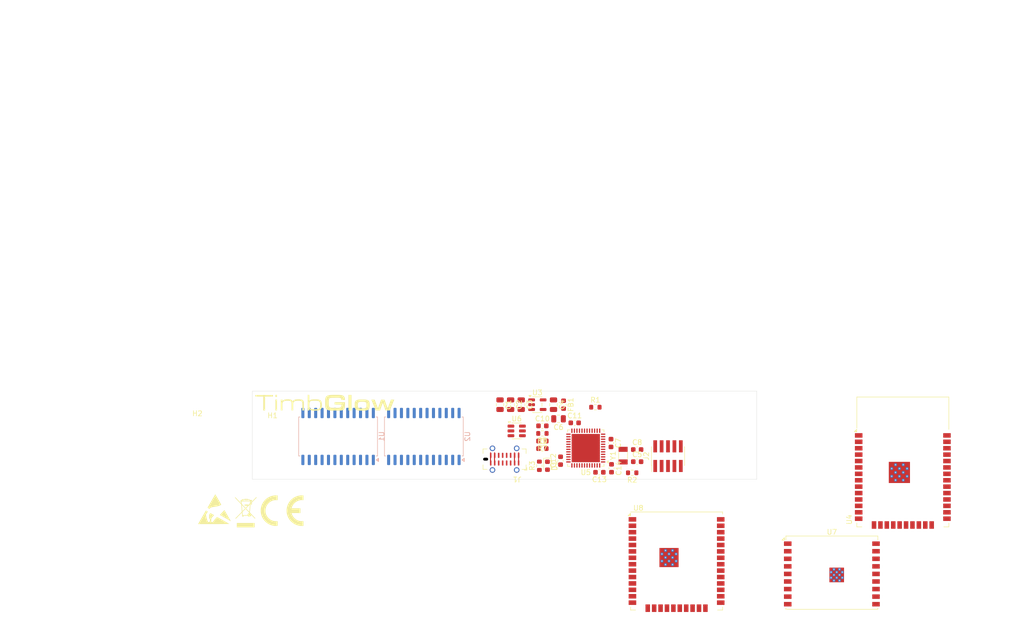
<source format=kicad_pcb>
(kicad_pcb (version 20241229) (generator "pcbnew") (generator_version "9.0")
  (layers (0 "F.Cu" signal) (4 "In1.Cu" signal) (6 "In2.Cu" signal) (2 "B.Cu" signal) (13 "F.Paste" user) (15 "B.Paste" user) (5 "F.SilkS" user "F.Silkscreen") (7 "B.SilkS" user "B.Silkscreen") (1 "F.Mask" user) (3 "B.Mask" user) (25 "Edge.Cuts" user))
  (net 0 "")
  (net 1 "/DATE_M_U_D")
  (net 5 "/DATE_M_U_B")
  (net 6 "/DATE_M_T_C")
  (net 7 "/DATE_M_T_E")
  (net 8 "/DATE_M_U_F")
  (net 10 "/DATE_M_U_G")
  (net 11 "/DATE_M_T_B")
  (net 12 "/DATE_M_T_G")
  (net 13 "/DATE_M_U_A")
  (net 14 "/DATE_M_U_C")
  (net 17 "/DATE_M_U_E")
  (net 18 "/DATE_M_U_DOT")
  (net 19 "/DATE_M_T_A")
  (net 20 "/DATE_M_T_D")
  (net 22 "/DATE_M_T_DOT")
  (net 24 "/DATE_M_T_F")
  (net 25 "GND")
  (net 26 "+5V")
  (net 27 "VDD")
  (net 28 "/DATE_D_T_DOT")
  (net 29 "/DATE_D_T_C")
  (net 30 "/DATE_D_U_DOT")
  (net 31 "/DATE_D_T_D")
  (net 32 "/DATE_D_U_B")
  (net 33 "/DATE_D_T_A")
  (net 34 "/DATE_D_U_D")
  (net 35 "Net-(D1-K)")
  (net 36 "/DATE_D_U_E")
  (net 37 "/DATE_D_T_E")
  (net 38 "/DATE_D_U_F")
  (net 39 "/DATE_D_U_G")
  (net 40 "/DATE_D_T_G")
  (net 41 "/DATE_D_T_B")
  (net 42 "/DATE_D_U_C")
  (net 43 "/DATE_D_U_A")
  (net 44 "/DATE_D_T_F")
  (net 49 "/T_{JTDO}{slash}T_{SWO}")
  (net 50 "/T_{JRCLK}{slash}NC")
  (net 51 "/SW_DIO")
  (net 52 "/SW_CLK")
  (net 53 "/GND_{detect}")
  (net 54 "/ T_{NRST}")
  (net 55 "/T_{JTDI}{slash}NC")
  (net 56 "/FD_analog")
  (net 70 "Net-(U5-VDDA)")
  (net 79 "Net-(U4-GND-Pad1)")
  (net 98 "Net-(J1-D--PadA7)")
  (net 99 "Net-(J1-D+-PadA6)")
  (net 100 "Net-(U5-PC14)")
  (net 101 "Net-(U5-PC15)")
  (net 102 "Net-(C9-Pad1)")
  (net 103 "Net-(C10-Pad1)")
  (net 104 "/USB_D-")
  (net 105 "/USB_D+")
  (net 143 "Net-(U7-GND-Pad19)")
  (net 162 "Net-(U8-GND-Pad1)")
  (footprint "MountingHole:MountingHole_3.2mm_M3" (layer "F.Cu") (at 94.1 128.6)
    (property "Reference" "H2" (at 0 -4.15 0) (layer "F.SilkS"))
    (property "Value" "MountingHole")
    (pad "" np_thru_hole circle (at 0 0) (size 3.2 3.2) (drill 3.2) (layers "*.Cu" "*.Mask"))
  )
  (footprint "LOGO" (layer "F.Cu") (at 119.4 122.5)
    (property "Reference" "G***" (hide yes))
    (property "Value" "LOGO" (hide yes))
  )
  (footprint "Connector_USB:USB_C_Receptacle_G-Switch_GT-USB-7051x" (layer "F.Cu") (at 155 133.5 180)
    (property "Reference" "J1" (at -2.5 -4 180) (layer "F.SilkS"))
    (property "Value" "USB_C_Plug_USB2.0")
    (pad "" np_thru_hole circle (at -3.75 0 180) (size 0.66 0.66) (drill 0.66) (layers "*.Cu" "*.Mask"))
    (pad "" np_thru_hole oval (at 3.75 0 180) (size 1 0.58) (drill oval 1 0.58) (layers "*.Mask"))
    (pad "A1" smd roundrect (at -2.78 -0.76 180) (size 0.3 1) (layers "F.Cu" "F.Mask" "F.Paste") (net 25 "GND"))
    (pad "A4" smd roundrect (at -1.99 -0.76 180) (size 0.3 1) (layers "F.Cu" "F.Mask" "F.Paste") (net 26 "+5V"))
    (pad "A5" smd roundrect (at -1.2 -0.76 180) (size 0.3 1) (layers "F.Cu" "F.Mask" "F.Paste"))
    (pad "A6" smd roundrect (at -0.41 -0.76 180) (size 0.3 1) (layers "F.Cu" "F.Mask" "F.Paste") (net 99 "Net-(J1-D+-PadA6)"))
    (pad "A7" smd roundrect (at 0.38 -0.76 180) (size 0.3 1) (layers "F.Cu" "F.Mask" "F.Paste") (net 98 "Net-(J1-D--PadA7)"))
    (pad "A8" smd roundrect (at 1.17 -0.76 180) (size 0.3 1) (layers "F.Cu" "F.Mask" "F.Paste"))
    (pad "A9" smd roundrect (at 1.96 -0.76 180) (size 0.3 1) (layers "F.Cu" "F.Mask" "F.Paste") (net 26 "+5V"))
    (pad "A12" smd roundrect (at 2.75 -0.76 180) (size 0.3 1) (layers "F.Cu" "F.Mask" "F.Paste") (net 25 "GND"))
    (pad "B1" smd roundrect (at 2.75 0.76 180) (size 0.3 1) (layers "F.Cu" "F.Mask" "F.Paste") (net 25 "GND"))
    (pad "B4" smd roundrect (at 1.96 0.76 180) (size 0.3 1) (layers "F.Cu" "F.Mask" "F.Paste") (net 26 "+5V"))
    (pad "B5" smd roundrect (at 1.17 0.76 180) (size 0.3 1) (layers "F.Cu" "F.Mask" "F.Paste"))
    (pad "B6" smd roundrect (at 0.38 0.76 180) (size 0.3 1) (layers "F.Cu" "F.Mask" "F.Paste") (net 99 "Net-(J1-D+-PadA6)"))
    (pad "B7" smd roundrect (at -0.41 0.76 180) (size 0.3 1) (layers "F.Cu" "F.Mask" "F.Paste") (net 98 "Net-(J1-D--PadA7)"))
    (pad "B8" smd roundrect (at -1.2 0.76 180) (size 0.3 1) (layers "F.Cu" "F.Mask" "F.Paste"))
    (pad "B9" smd roundrect (at -1.99 0.76 180) (size 0.3 1) (layers "F.Cu" "F.Mask" "F.Paste") (net 26 "+5V"))
    (pad "B12" smd roundrect (at -2.78 0.76 180) (size 0.3 1) (layers "F.Cu" "F.Mask" "F.Paste") (net 25 "GND"))
    (pad "S1" thru_hole circle (at -2.4 -2.15 180) (size 1.1 1.1) (drill 0.7) (property pad_prop_heatsink) (layers "*.Cu" "*.Mask" "F.Paste") (net 25 "GND"))
    (pad "S1" thru_hole circle (at -2.4 2.15 180) (size 1.1 1.1) (drill 0.7) (property pad_prop_heatsink) (layers "*.Cu" "*.Mask" "F.Paste") (net 25 "GND"))
    (pad "S1" thru_hole circle (at 2.4 -2.15 180) (size 1.1 1.1) (drill 0.7) (property pad_prop_heatsink) (layers "*.Cu" "*.Mask" "F.Paste") (net 25 "GND"))
    (pad "S1" thru_hole circle (at 2.4 2.15 180) (size 1.1 1.1) (drill 0.7) (property pad_prop_heatsink) (layers "*.Cu" "*.Mask" "F.Paste") (net 25 "GND"))
  )
  (footprint "MountingHole:MountingHole_3.2mm_M3" (layer "F.Cu") (at 109 129)
    (property "Reference" "H1" (at 0 -4.15 0) (layer "F.SilkS"))
    (property "Value" "MountingHole")
    (pad "" np_thru_hole circle (at 0 0) (size 3.2 3.2) (drill 3.2) (layers "*.Cu" "*.Mask"))
  )
  (footprint "Package_TO_SOT_SMD:SOT-23-6" (layer "F.Cu") (at 157.4 127.9)
    (property "Reference" "U6" (at 0 -2.4 0) (layer "F.SilkS"))
    (property "Value" "USBLC6-2SC6")
    (pad "1" smd roundrect (at -1.1375 -0.95) (size 1.325 0.6) (layers "F.Cu" "F.Mask" "F.Paste") (net 99 "Net-(J1-D+-PadA6)"))
    (pad "2" smd roundrect (at -1.1375 0) (size 1.325 0.6) (layers "F.Cu" "F.Mask" "F.Paste") (net 25 "GND"))
    (pad "3" smd roundrect (at -1.1375 0.95) (size 1.325 0.6) (layers "F.Cu" "F.Mask" "F.Paste") (net 98 "Net-(J1-D--PadA7)"))
    (pad "4" smd roundrect (at 1.1375 0.95) (size 1.325 0.6) (layers "F.Cu" "F.Mask" "F.Paste") (net 102 "Net-(C9-Pad1)"))
    (pad "5" smd roundrect (at 1.1375 0) (size 1.325 0.6) (layers "F.Cu" "F.Mask" "F.Paste") (net 26 "+5V"))
    (pad "6" smd roundrect (at 1.1375 -0.95) (size 1.325 0.6) (layers "F.Cu" "F.Mask" "F.Paste") (net 103 "Net-(C10-Pad1)"))
  )
  (footprint "Resistor_SMD:R_0603_1608Metric" (layer "F.Cu") (at 173 123.2)
    (property "Reference" "R1" (at 0 -1.43 0) (layer "F.SilkS"))
    (property "Value" "4K7")
    (pad "1" smd roundrect (at -0.825 0) (size 0.8 0.95) (layers "F.Cu" "F.Mask" "F.Paste") (net 56 "/FD_analog"))
    (pad "2" smd roundrect (at 0.825 0) (size 0.8 0.95) (layers "F.Cu" "F.Mask" "F.Paste") (net 25 "GND"))
  )
  (footprint "Inductor_SMD:L_0603_1608Metric" (layer "F.Cu") (at 166.7 122.7 -90)
    (property "Reference" "FB1" (at 0 -1.43 90) (layer "F.SilkS"))
    (property "Value" "Xm")
    (pad "1" smd roundrect (at -0.7875 0 270) (size 0.875 0.95) (layers "F.Cu" "F.Mask" "F.Paste") (net 27 "VDD"))
    (pad "2" smd roundrect (at 0.7875 0 270) (size 0.875 0.95) (layers "F.Cu" "F.Mask" "F.Paste") (net 70 "Net-(U5-VDDA)"))
  )
  (footprint "Capacitor_SMD:C_0805_2012Metric" (layer "F.Cu") (at 154.1 122.7 -90)
    (property "Reference" "C1" (at 0 -1.68 90) (layer "F.SilkS"))
    (property "Value" "10u")
    (pad "1" smd roundrect (at -0.95 0 270) (size 1 1.45) (layers "F.Cu" "F.Mask" "F.Paste") (net 26 "+5V"))
    (pad "2" smd roundrect (at 0.95 0 270) (size 1 1.45) (layers "F.Cu" "F.Mask" "F.Paste") (net 25 "GND"))
  )
  (footprint "Capacitor_SMD:C_0603_1608Metric" (layer "F.Cu") (at 162.5 131.4)
    (property "Reference" "C9" (at 0 -1.43 0) (layer "F.SilkS"))
    (property "Value" "47p")
    (pad "1" smd roundrect (at -0.775 0) (size 0.9 0.95) (layers "F.Cu" "F.Mask" "F.Paste") (net 102 "Net-(C9-Pad1)"))
    (pad "2" smd roundrect (at 0.775 0) (size 0.9 0.95) (layers "F.Cu" "F.Mask" "F.Paste") (net 25 "GND"))
  )
  (footprint "Capacitor_SMD:C_0805_2012Metric" (layer "F.Cu") (at 156.2 122.7 -90)
    (property "Reference" "C2" (at 0 -1.68 90) (layer "F.SilkS"))
    (property "Value" "10u")
    (pad "1" smd roundrect (at -0.95 0 270) (size 1 1.45) (layers "F.Cu" "F.Mask" "F.Paste") (net 26 "+5V"))
    (pad "2" smd roundrect (at 0.95 0 270) (size 1 1.45) (layers "F.Cu" "F.Mask" "F.Paste") (net 25 "GND"))
  )
  (footprint "Capacitor_SMD:C_0805_2012Metric" (layer "F.Cu") (at 164.7 122.7 -90)
    (property "Reference" "C4" (at 0 -1.68 90) (layer "F.SilkS"))
    (property "Value" "1u")
    (pad "1" smd roundrect (at -0.95 0 270) (size 1 1.45) (layers "F.Cu" "F.Mask" "F.Paste") (net 27 "VDD"))
    (pad "2" smd roundrect (at 0.95 0 270) (size 1 1.45) (layers "F.Cu" "F.Mask" "F.Paste") (net 25 "GND"))
  )
  (footprint "Capacitor_SMD:C_0603_1608Metric" (layer "F.Cu") (at 173.8 136.1 180)
    (property "Reference" "C13" (at 0 -1.43 0) (layer "F.SilkS"))
    (property "Value" "100n")
    (pad "1" smd roundrect (at -0.775 0 180) (size 0.9 0.95) (layers "F.Cu" "F.Mask" "F.Paste") (net 70 "Net-(U5-VDDA)"))
    (pad "2" smd roundrect (at 0.775 0 180) (size 0.9 0.95) (layers "F.Cu" "F.Mask" "F.Paste") (net 25 "GND"))
  )
  (footprint "Capacitor_SMD:C_0603_1608Metric" (layer "F.Cu") (at 166.1 133.8 90)
    (property "Reference" "C12" (at 0 -1.43 90) (layer "F.SilkS"))
    (property "Value" "100n")
    (pad "1" smd roundrect (at -0.775 0 90) (size 0.9 0.95) (layers "F.Cu" "F.Mask" "F.Paste") (net 70 "Net-(U5-VDDA)"))
    (pad "2" smd roundrect (at 0.775 0 90) (size 0.9 0.95) (layers "F.Cu" "F.Mask" "F.Paste") (net 25 "GND"))
  )
  (footprint "Symbol:CE-Logo_8.5x6mm_SilkScreen" (layer "F.Cu") (at 110.9 143.7)
    (property "Reference" "REF**" (hide yes))
    (property "Value" "CE-Logo_8.5x6mm_SilkScreen" (hide yes))
  )
  (footprint "Connector_PinHeader_1.27mm:PinHeader_2x05_P1.27mm_Vertical_SMD" (layer "F.Cu") (at 187.4 132.9 90)
    (property "Reference" "J2" (at 0 -4.285 90) (layer "F.SilkS"))
    (property "Value" "Conn_02x05_Odd_Even")
    (pad "1" smd rect (at -1.95 -2.54 90) (size 2.4 0.74) (layers "F.Cu" "F.Mask" "F.Paste") (net 27 "VDD"))
    (pad "2" smd rect (at 1.95 -2.54 90) (size 2.4 0.74) (layers "F.Cu" "F.Mask" "F.Paste") (net 51 "/SW_DIO"))
    (pad "3" smd rect (at -1.95 -1.27 90) (size 2.4 0.74) (layers "F.Cu" "F.Mask" "F.Paste") (net 25 "GND"))
    (pad "4" smd rect (at 1.95 -1.27 90) (size 2.4 0.74) (layers "F.Cu" "F.Mask" "F.Paste") (net 52 "/SW_CLK"))
    (pad "5" smd rect (at -1.95 0 90) (size 2.4 0.74) (layers "F.Cu" "F.Mask" "F.Paste") (net 25 "GND"))
    (pad "6" smd rect (at 1.95 0 90) (size 2.4 0.74) (layers "F.Cu" "F.Mask" "F.Paste") (net 49 "/T_{JTDO}{slash}T_{SWO}"))
    (pad "7" smd rect (at -1.95 1.27 90) (size 2.4 0.74) (layers "F.Cu" "F.Mask" "F.Paste") (net 50 "/T_{JRCLK}{slash}NC"))
    (pad "8" smd rect (at 1.95 1.27 90) (size 2.4 0.74) (layers "F.Cu" "F.Mask" "F.Paste") (net 55 "/T_{JTDI}{slash}NC"))
    (pad "9" smd rect (at -1.95 2.54 90) (size 2.4 0.74) (layers "F.Cu" "F.Mask" "F.Paste") (net 53 "/GND_{detect}"))
    (pad "10" smd rect (at 1.95 2.54 90) (size 2.4 0.74) (layers "F.Cu" "F.Mask" "F.Paste") (net 54 "/ T_{NRST}"))
  )
  (footprint "Capacitor_SMD:C_0603_1608Metric" (layer "F.Cu") (at 181.2875 131.6)
    (property "Reference" "C8" (at 0 -1.43 0) (layer "F.SilkS"))
    (property "Value" "7p 50V")
    (pad "1" smd roundrect (at -0.775 0) (size 0.9 0.95) (layers "F.Cu" "F.Mask" "F.Paste") (net 101 "Net-(U5-PC15)"))
    (pad "2" smd roundrect (at 0.775 0) (size 0.9 0.95) (layers "F.Cu" "F.Mask" "F.Paste") (net 25 "GND"))
  )
  (footprint "LED_SMD:LED_0603_1608Metric" (layer "F.Cu") (at 163.5 134.8 -90)
    (property "Reference" "D1" (at 0 -1.43 90) (layer "F.SilkS"))
    (property "Value" "GREEN")
    (pad "1" smd roundrect (at -0.7875 0 270) (size 0.875 0.95) (layers "F.Cu" "F.Mask" "F.Paste") (net 35 "Net-(D1-K)"))
    (pad "2" smd roundrect (at 0.7875 0 270) (size 0.875 0.95) (layers "F.Cu" "F.Mask" "F.Paste"))
  )
  (footprint "RF_Module:ESP32-WROOM-32U" (layer "F.Cu") (at 189.1 153.69)
    (property "Reference" "U8" (at -7.58 -10.5 180) (layer "F.SilkS"))
    (property "Value" "ESP32-WROOM-32U")
    (pad "1" smd rect (at -8.75 -8.255) (size 1.5 0.9) (layers "F.Cu" "F.Mask" "F.Paste") (net 162 "Net-(U8-GND-Pad1)"))
    (pad "2" smd rect (at -8.75 -6.985) (size 1.5 0.9) (layers "F.Cu" "F.Mask" "F.Paste"))
    (pad "3" smd rect (at -8.75 -5.715) (size 1.5 0.9) (layers "F.Cu" "F.Mask" "F.Paste"))
    (pad "4" smd rect (at -8.75 -4.445) (size 1.5 0.9) (layers "F.Cu" "F.Mask" "F.Paste"))
    (pad "5" smd rect (at -8.75 -3.175) (size 1.5 0.9) (layers "F.Cu" "F.Mask" "F.Paste"))
    (pad "6" smd rect (at -8.75 -1.905) (size 1.5 0.9) (layers "F.Cu" "F.Mask" "F.Paste"))
    (pad "7" smd rect (at -8.75 -0.635) (size 1.5 0.9) (layers "F.Cu" "F.Mask" "F.Paste"))
    (pad "8" smd rect (at -8.75 0.635) (size 1.5 0.9) (layers "F.Cu" "F.Mask" "F.Paste"))
    (pad "9" smd rect (at -8.75 1.905) (size 1.5 0.9) (layers "F.Cu" "F.Mask" "F.Paste"))
    (pad "10" smd rect (at -8.75 3.175) (size 1.5 0.9) (layers "F.Cu" "F.Mask" "F.Paste"))
    (pad "11" smd rect (at -8.75 4.445) (size 1.5 0.9) (layers "F.Cu" "F.Mask" "F.Paste"))
    (pad "12" smd rect (at -8.75 5.715) (size 1.5 0.9) (layers "F.Cu" "F.Mask" "F.Paste"))
    (pad "13" smd rect (at -8.75 6.985) (size 1.5 0.9) (layers "F.Cu" "F.Mask" "F.Paste"))
    (pad "14" smd rect (at -8.75 8.255) (size 1.5 0.9) (layers "F.Cu" "F.Mask" "F.Paste"))
    (pad "15" smd rect (at -5.715 9.35 90) (size 1.5 0.9) (layers "F.Cu" "F.Mask" "F.Paste") (net 162 "Net-(U8-GND-Pad1)"))
    (pad "16" smd rect (at -4.445 9.35 90) (size 1.5 0.9) (layers "F.Cu" "F.Mask" "F.Paste"))
    (pad "17" smd rect (at -3.175 9.35 90) (size 1.5 0.9) (layers "F.Cu" "F.Mask" "F.Paste"))
    (pad "18" smd rect (at -1.905 9.35 90) (size 1.5 0.9) (layers "F.Cu" "F.Mask" "F.Paste"))
    (pad "19" smd rect (at -0.635 9.35 90) (size 1.5 0.9) (layers "F.Cu" "F.Mask" "F.Paste"))
    (pad "20" smd rect (at 0.635 9.35 90) (size 1.5 0.9) (layers "F.Cu" "F.Mask" "F.Paste"))
    (pad "21" smd rect (at 1.905 9.35 90) (size 1.5 0.9) (layers "F.Cu" "F.Mask" "F.Paste"))
    (pad "22" smd rect (at 3.175 9.35 90) (size 1.5 0.9) (layers "F.Cu" "F.Mask" "F.Paste"))
    (pad "23" smd rect (at 4.445 9.35 90) (size 1.5 0.9) (layers "F.Cu" "F.Mask" "F.Paste"))
    (pad "24" smd rect (at 5.715 9.35 90) (size 1.5 0.9) (layers "F.Cu" "F.Mask" "F.Paste"))
    (pad "25" smd rect (at 8.75 8.255) (size 1.5 0.9) (layers "F.Cu" "F.Mask" "F.Paste"))
    (pad "26" smd rect (at 8.75 6.985) (size 1.5 0.9) (layers "F.Cu" "F.Mask" "F.Paste"))
    (pad "27" smd rect (at 8.75 5.715) (size 1.5 0.9) (layers "F.Cu" "F.Mask" "F.Paste"))
    (pad "28" smd rect (at 8.75 4.445) (size 1.5 0.9) (layers "F.Cu" "F.Mask" "F.Paste"))
    (pad "29" smd rect (at 8.75 3.175) (size 1.5 0.9) (layers "F.Cu" "F.Mask" "F.Paste"))
    (pad "30" smd rect (at 8.75 1.905) (size 1.5 0.9) (layers "F.Cu" "F.Mask" "F.Paste"))
    (pad "31" smd rect (at 8.75 0.635) (size 1.5 0.9) (layers "F.Cu" "F.Mask" "F.Paste"))
    (pad "32" smd rect (at 8.75 -0.635) (size 1.5 0.9) (layers "F.Cu" "F.Mask" "F.Paste"))
    (pad "33" smd rect (at 8.75 -1.905) (size 1.5 0.9) (layers "F.Cu" "F.Mask" "F.Paste"))
    (pad "34" smd rect (at 8.75 -3.175) (size 1.5 0.9) (layers "F.Cu" "F.Mask" "F.Paste"))
    (pad "35" smd rect (at 8.75 -4.445) (size 1.5 0.9) (layers "F.Cu" "F.Mask" "F.Paste"))
    (pad "36" smd rect (at 8.75 -5.715) (size 1.5 0.9) (layers "F.Cu" "F.Mask" "F.Paste"))
    (pad "37" smd rect (at 8.75 -6.985) (size 1.5 0.9) (layers "F.Cu" "F.Mask" "F.Paste"))
    (pad "38" smd rect (at 8.75 -8.255) (size 1.5 0.9) (layers "F.Cu" "F.Mask" "F.Paste") (net 162 "Net-(U8-GND-Pad1)"))
    (pad "39" smd rect (at -2.9 -2.09) (size 0.9 0.9) (layers "F.Cu" "F.Paste") (net 162 "Net-(U8-GND-Pad1)"))
    (pad "39" thru_hole circle (at -2.9 -1.39) (size 0.6 0.6) (drill 0.2) (property pad_prop_heatsink) (layers "*.Cu" "F.Mask") (net 162 "Net-(U8-GND-Pad1)"))
    (pad "39" smd rect (at -2.9 -0.69) (size 0.9 0.9) (layers "F.Cu" "F.Paste") (net 162 "Net-(U8-GND-Pad1)"))
    (pad "39" thru_hole circle (at -2.9 0.01) (size 0.6 0.6) (drill 0.2) (property pad_prop_heatsink) (layers "*.Cu" "F.Mask") (net 162 "Net-(U8-GND-Pad1)"))
    (pad "39" smd rect (at -2.9 0.71) (size 0.9 0.9) (layers "F.Cu" "F.Paste") (net 162 "Net-(U8-GND-Pad1)"))
    (pad "39" thru_hole circle (at -2.2 -2.09) (size 0.6 0.6) (drill 0.2) (property pad_prop_heatsink) (layers "*.Cu" "F.Mask") (net 162 "Net-(U8-GND-Pad1)"))
    (pad "39" thru_hole circle (at -2.2 -0.69) (size 0.6 0.6) (drill 0.2) (property pad_prop_heatsink) (layers "*.Cu" "F.Mask") (net 162 "Net-(U8-GND-Pad1)"))
    (pad "39" thru_hole circle (at -2.2 0.71) (size 0.6 0.6) (drill 0.2) (property pad_prop_heatsink) (layers "*.Cu" "F.Mask") (net 162 "Net-(U8-GND-Pad1)"))
    (pad "39" smd rect (at -1.5 -2.09) (size 0.9 0.9) (layers "F.Cu" "F.Paste") (net 162 "Net-(U8-GND-Pad1)"))
    (pad "39" thru_hole circle (at -1.5 -1.39) (size 0.6 0.6) (drill 0.2) (property pad_prop_heatsink) (layers "*.Cu" "F.Mask") (net 162 "Net-(U8-GND-Pad1)"))
    (pad "39" smd rect (at -1.5 -0.69) (size 0.9 0.9) (layers "F.Cu" "F.Paste") (net 162 "Net-(U8-GND-Pad1)"))
    (pad "39" smd rect (at -1.5 -0.69) (size 3.8 3.8) (property pad_prop_heatsink) (layers "F.Cu" "F.Mask") (net 162 "Net-(U8-GND-Pad1)"))
    (pad "39" thru_hole circle (at -1.5 0.01) (size 0.6 0.6) (drill 0.2) (property pad_prop_heatsink) (layers "*.Cu" "F.Mask") (net 162 "Net-(U8-GND-Pad1)"))
    (pad "39" smd rect (at -1.5 0.71) (size 0.9 0.9) (layers "F.Cu" "F.Paste") (net 162 "Net-(U8-GND-Pad1)"))
    (pad "39" thru_hole circle (at -0.8 -2.09) (size 0.6 0.6) (drill 0.2) (property pad_prop_heatsink) (layers "*.Cu" "F.Mask") (net 162 "Net-(U8-GND-Pad1)"))
    (pad "39" thru_hole circle (at -0.8 -0.69) (size 0.6 0.6) (drill 0.2) (property pad_prop_heatsink) (layers "*.Cu" "F.Mask") (net 162 "Net-(U8-GND-Pad1)"))
    (pad "39" thru_hole circle (at -0.8 0.71) (size 0.6 0.6) (drill 0.2) (property pad_prop_heatsink) (layers "*.Cu" "F.Mask") (net 162 "Net-(U8-GND-Pad1)"))
    (pad "39" smd rect (at -0.1 -2.09) (size 0.9 0.9) (layers "F.Cu" "F.Paste") (net 162 "Net-(U8-GND-Pad1)"))
    (pad "39" thru_hole circle (at -0.1 -1.39) (size 0.6 0.6) (drill 0.2) (property pad_prop_heatsink) (layers "*.Cu" "F.Mask") (net 162 "Net-(U8-GND-Pad1)"))
    (pad "39" smd rect (at -0.1 -0.69) (size 0.9 0.9) (layers "F.Cu" "F.Paste") (net 162 "Net-(U8-GND-Pad1)"))
    (pad "39" thru_hole circle (at -0.1 0.01) (size 0.6 0.6) (drill 0.2) (property pad_prop_heatsink) (layers "*.Cu" "F.Mask") (net 162 "Net-(U8-GND-Pad1)"))
    (pad "39" smd rect (at -0.1 0.71) (size 0.9 0.9) (layers "F.Cu" "F.Paste") (net 162 "Net-(U8-GND-Pad1)"))
  )
  (footprint "RF_Module:ESP32-WROOM-32" (layer "F.Cu") (at 233.95 137.04)
    (property "Reference" "U4" (at -10.61 8.43 90) (layer "F.SilkS"))
    (property "Value" "ESP32-WROOM-32")
    (pad "1" smd rect (at -8.75 -8.25) (size 1.5 0.9) (layers "F.Cu" "F.Mask" "F.Paste") (net 79 "Net-(U4-GND-Pad1)"))
    (pad "2" smd rect (at -8.75 -6.98) (size 1.5 0.9) (layers "F.Cu" "F.Mask" "F.Paste"))
    (pad "3" smd rect (at -8.75 -5.71) (size 1.5 0.9) (layers "F.Cu" "F.Mask" "F.Paste"))
    (pad "4" smd rect (at -8.75 -4.44) (size 1.5 0.9) (layers "F.Cu" "F.Mask" "F.Paste"))
    (pad "5" smd rect (at -8.75 -3.17) (size 1.5 0.9) (layers "F.Cu" "F.Mask" "F.Paste"))
    (pad "6" smd rect (at -8.75 -1.9) (size 1.5 0.9) (layers "F.Cu" "F.Mask" "F.Paste"))
    (pad "7" smd rect (at -8.75 -0.63) (size 1.5 0.9) (layers "F.Cu" "F.Mask" "F.Paste"))
    (pad "8" smd rect (at -8.75 0.64) (size 1.5 0.9) (layers "F.Cu" "F.Mask" "F.Paste"))
    (pad "9" smd rect (at -8.75 1.91) (size 1.5 0.9) (layers "F.Cu" "F.Mask" "F.Paste"))
    (pad "10" smd rect (at -8.75 3.18) (size 1.5 0.9) (layers "F.Cu" "F.Mask" "F.Paste"))
    (pad "11" smd rect (at -8.75 4.45) (size 1.5 0.9) (layers "F.Cu" "F.Mask" "F.Paste"))
    (pad "12" smd rect (at -8.75 5.72) (size 1.5 0.9) (layers "F.Cu" "F.Mask" "F.Paste"))
    (pad "13" smd rect (at -8.75 6.99) (size 1.5 0.9) (layers "F.Cu" "F.Mask" "F.Paste"))
    (pad "14" smd rect (at -8.75 8.26) (size 1.5 0.9) (layers "F.Cu" "F.Mask" "F.Paste"))
    (pad "15" smd rect (at -5.71 9.51 90) (size 1.5 0.9) (layers "F.Cu" "F.Mask" "F.Paste") (net 79 "Net-(U4-GND-Pad1)"))
    (pad "16" smd rect (at -4.44 9.51 90) (size 1.5 0.9) (layers "F.Cu" "F.Mask" "F.Paste"))
    (pad "17" smd rect (at -3.17 9.51 90) (size 1.5 0.9) (layers "F.Cu" "F.Mask" "F.Paste"))
    (pad "18" smd rect (at -1.9 9.51 90) (size 1.5 0.9) (layers "F.Cu" "F.Mask" "F.Paste"))
    (pad "19" smd rect (at -0.63 9.51 90) (size 1.5 0.9) (layers "F.Cu" "F.Mask" "F.Paste"))
    (pad "20" smd rect (at 0.64 9.51 90) (size 1.5 0.9) (layers "F.Cu" "F.Mask" "F.Paste"))
    (pad "21" smd rect (at 1.91 9.51 90) (size 1.5 0.9) (layers "F.Cu" "F.Mask" "F.Paste"))
    (pad "22" smd rect (at 3.18 9.51 90) (size 1.5 0.9) (layers "F.Cu" "F.Mask" "F.Paste"))
    (pad "23" smd rect (at 4.45 9.51 90) (size 1.5 0.9) (layers "F.Cu" "F.Mask" "F.Paste"))
    (pad "24" smd rect (at 5.72 9.51 90) (size 1.5 0.9) (layers "F.Cu" "F.Mask" "F.Paste"))
    (pad "25" smd rect (at 8.75 8.26) (size 1.5 0.9) (layers "F.Cu" "F.Mask" "F.Paste"))
    (pad "26" smd rect (at 8.75 6.99) (size 1.5 0.9) (layers "F.Cu" "F.Mask" "F.Paste"))
    (pad "27" smd rect (at 8.75 5.72) (size 1.5 0.9) (layers "F.Cu" "F.Mask" "F.Paste"))
    (pad "28" smd rect (at 8.75 4.45) (size 1.5 0.9) (layers "F.Cu" "F.Mask" "F.Paste"))
    (pad "29" smd rect (at 8.75 3.18) (size 1.5 0.9) (layers "F.Cu" "F.Mask" "F.Paste"))
    (pad "30" smd rect (at 8.75 1.91) (size 1.5 0.9) (layers "F.Cu" "F.Mask" "F.Paste"))
    (pad "31" smd rect (at 8.75 0.64) (size 1.5 0.9) (layers "F.Cu" "F.Mask" "F.Paste"))
    (pad "32" smd rect (at 8.75 -0.63) (size 1.5 0.9) (layers "F.Cu" "F.Mask" "F.Paste"))
    (pad "33" smd rect (at 8.75 -1.9) (size 1.5 0.9) (layers "F.Cu" "F.Mask" "F.Paste"))
    (pad "34" smd rect (at 8.75 -3.17) (size 1.5 0.9) (layers "F.Cu" "F.Mask" "F.Paste"))
    (pad "35" smd rect (at 8.75 -4.44) (size 1.5 0.9) (layers "F.Cu" "F.Mask" "F.Paste"))
    (pad "36" smd rect (at 8.75 -5.71) (size 1.5 0.9) (layers "F.Cu" "F.Mask" "F.Paste"))
    (pad "37" smd rect (at 8.75 -6.98) (size 1.5 0.9) (layers "F.Cu" "F.Mask" "F.Paste"))
    (pad "38" smd rect (at 8.75 -8.25) (size 1.5 0.9) (layers "F.Cu" "F.Mask" "F.Paste") (net 79 "Net-(U4-GND-Pad1)"))
    (pad "39" smd rect (at -2.205 -2.435) (size 1.05 1.05) (layers "F.Cu" "F.Paste") (net 79 "Net-(U4-GND-Pad1)"))
    (pad "39" thru_hole circle (at -2.205 -1.6725) (size 0.6 0.6) (drill 0.2) (property pad_prop_heatsink) (layers "*.Cu" "F.Mask") (net 79 "Net-(U4-GND-Pad1)"))
    (pad "39" smd rect (at -2.205 -0.91) (size 1.05 1.05) (layers "F.Cu" "F.Paste") (net 79 "Net-(U4-GND-Pad1)"))
    (pad "39" thru_hole circle (at -2.205 -0.1475) (size 0.6 0.6) (drill 0.2) (property pad_prop_heatsink) (layers "*.Cu" "F.Mask") (net 79 "Net-(U4-GND-Pad1)"))
    (pad "39" smd rect (at -2.205 0.615) (size 1.05 1.05) (layers "F.Cu" "F.Paste") (net 79 "Net-(U4-GND-Pad1)"))
    (pad "39" thru_hole circle (at -1.4425 -2.435) (size 0.6 0.6) (drill 0.2) (property pad_prop_heatsink) (layers "*.Cu" "F.Mask") (net 79 "Net-(U4-GND-Pad1)"))
    (pad "39" thru_hole circle (at -1.4425 -0.91) (size 0.6 0.6) (drill 0.2) (property pad_prop_heatsink) (layers "*.Cu" "F.Mask") (net 79 "Net-(U4-GND-Pad1)"))
    (pad "39" thru_hole circle (at -1.4425 0.615) (size 0.6 0.6) (drill 0.2) (property pad_prop_heatsink) (layers "*.Cu" "F.Mask") (net 79 "Net-(U4-GND-Pad1)"))
    (pad "39" smd rect (at -0.68 -2.435) (size 1.05 1.05) (layers "F.Cu" "F.Paste") (net 79 "Net-(U4-GND-Pad1)"))
    (pad "39" thru_hole circle (at -0.68 -1.6725) (size 0.6 0.6) (drill 0.2) (property pad_prop_heatsink) (layers "*.Cu" "F.Mask") (net 79 "Net-(U4-GND-Pad1)"))
    (pad "39" smd rect (at -0.68 -0.91) (size 1.05 1.05) (layers "F.Cu" "F.Paste") (net 79 "Net-(U4-GND-Pad1)"))
    (pad "39" smd rect (at -0.68 -0.91) (size 4.2 4.2) (property pad_prop_heatsink) (layers "F.Cu" "F.Mask") (net 79 "Net-(U4-GND-Pad1)"))
    (pad "39" thru_hole circle (at -0.68 -0.1475) (size 0.6 0.6) (drill 0.2) (property pad_prop_heatsink) (layers "*.Cu" "F.Mask") (net 79 "Net-(U4-GND-Pad1)"))
    (pad "39" smd rect (at -0.68 0.615) (size 1.05 1.05) (layers "F.Cu" "F.Paste") (net 79 "Net-(U4-GND-Pad1)"))
    (pad "39" thru_hole circle (at 0.0825 -2.435) (size 0.6 0.6) (drill 0.2) (property pad_prop_heatsink) (layers "*.Cu" "F.Mask") (net 79 "Net-(U4-GND-Pad1)"))
    (pad "39" thru_hole circle (at 0.0825 -0.91) (size 0.6 0.6) (drill 0.2) (property pad_prop_heatsink) (layers "*.Cu" "F.Mask") (net 79 "Net-(U4-GND-Pad1)"))
    (pad "39" thru_hole circle (at 0.0825 0.615) (size 0.6 0.6) (drill 0.2) (property pad_prop_heatsink) (layers "*.Cu" "F.Mask") (net 79 "Net-(U4-GND-Pad1)"))
    (pad "39" smd rect (at 0.845 -2.435) (size 1.05 1.05) (layers "F.Cu" "F.Paste") (net 79 "Net-(U4-GND-Pad1)"))
    (pad "39" thru_hole circle (at 0.845 -1.6725) (size 0.6 0.6) (drill 0.2) (property pad_prop_heatsink) (layers "*.Cu" "F.Mask") (net 79 "Net-(U4-GND-Pad1)"))
    (pad "39" smd rect (at 0.845 -0.91) (size 1.05 1.05) (layers "F.Cu" "F.Paste") (net 79 "Net-(U4-GND-Pad1)"))
    (pad "39" thru_hole circle (at 0.845 -0.1475) (size 0.6 0.6) (drill 0.2) (property pad_prop_heatsink) (layers "*.Cu" "F.Mask") (net 79 "Net-(U4-GND-Pad1)"))
    (pad "39" smd rect (at 0.845 0.615) (size 1.05 1.05) (layers "F.Cu" "F.Paste") (net 79 "Net-(U4-GND-Pad1)"))
  )
  (footprint "Package_TO_SOT_SMD:SOT-23-5" (layer "F.Cu") (at 161.5 122.7)
    (property "Reference" "U3" (at 0 -2.4 0) (layer "F.SilkS"))
    (property "Value" "MIC5504-3.3YM5")
    (pad "1" smd roundrect (at -1.1375 -0.95) (size 1.325 0.6) (layers "F.Cu" "F.Mask" "F.Paste") (net 26 "+5V"))
    (pad "2" smd roundrect (at -1.1375 0) (size 1.325 0.6) (layers "F.Cu" "F.Mask" "F.Paste") (net 25 "GND"))
    (pad "3" smd roundrect (at -1.1375 0.95) (size 1.325 0.6) (layers "F.Cu" "F.Mask" "F.Paste") (net 26 "+5V"))
    (pad "4" smd roundrect (at 1.1375 0.95) (size 1.325 0.6) (layers "F.Cu" "F.Mask" "F.Paste"))
    (pad "5" smd roundrect (at 1.1375 -0.95) (size 1.325 0.6) (layers "F.Cu" "F.Mask" "F.Paste") (net 27 "VDD"))
  )
  (footprint "Resistor_SMD:R_0603_1608Metric" (layer "F.Cu") (at 162.5 129.9 180)
    (property "Reference" "R7" (at 0 -1.43 0) (layer "F.SilkS"))
    (property "Value" "22")
    (pad "1" smd roundrect (at -0.825 0 180) (size 0.8 0.95) (layers "F.Cu" "F.Mask" "F.Paste") (net 104 "/USB_D-"))
    (pad "2" smd roundrect (at 0.825 0 180) (size 0.8 0.95) (layers "F.Cu" "F.Mask" "F.Paste") (net 102 "Net-(C9-Pad1)"))
  )
  (footprint "Capacitor_SMD:C_0603_1608Metric" (layer "F.Cu") (at 168.9 126.3)
    (property "Reference" "C11" (at 0 -1.43 0) (layer "F.SilkS"))
    (property "Value" "100n")
    (pad "1" smd roundrect (at -0.775 0) (size 0.9 0.95) (layers "F.Cu" "F.Mask" "F.Paste") (net 70 "Net-(U5-VDDA)"))
    (pad "2" smd roundrect (at 0.775 0) (size 0.9 0.95) (layers "F.Cu" "F.Mask" "F.Paste") (net 25 "GND"))
  )
  (footprint "Capacitor_SMD:C_0603_1608Metric" (layer "F.Cu") (at 181.2875 134)
    (property "Reference" "C5" (at 0 -1.43 0) (layer "F.SilkS"))
    (property "Value" "7p 50V")
    (pad "1" smd roundrect (at -0.775 0) (size 0.9 0.95) (layers "F.Cu" "F.Mask" "F.Paste") (net 100 "Net-(U5-PC14)"))
    (pad "2" smd roundrect (at 0.775 0) (size 0.9 0.95) (layers "F.Cu" "F.Mask" "F.Paste") (net 25 "GND"))
  )
  (footprint "Capacitor_SMD:C_0805_2012Metric" (layer "F.Cu") (at 165.7 125.5 180)
    (property "Reference" "C6" (at 0 -1.68 0) (layer "F.SilkS"))
    (property "Value" "1u")
    (pad "1" smd roundrect (at -0.95 0 180) (size 1 1.45) (layers "F.Cu" "F.Mask" "F.Paste") (net 70 "Net-(U5-VDDA)"))
    (pad "2" smd roundrect (at 0.95 0 180) (size 1 1.45) (layers "F.Cu" "F.Mask" "F.Paste") (net 25 "GND"))
  )
  (footprint "Capacitor_SMD:C_0603_1608Metric" (layer "F.Cu") (at 162.5 126.9)
    (property "Reference" "C10" (at 0 -1.43 0) (layer "F.SilkS"))
    (property "Value" "47p")
    (pad "1" smd roundrect (at -0.775 0) (size 0.9 0.95) (layers "F.Cu" "F.Mask" "F.Paste") (net 103 "Net-(C10-Pad1)"))
    (pad "2" smd roundrect (at 0.775 0) (size 0.9 0.95) (layers "F.Cu" "F.Mask" "F.Paste") (net 25 "GND"))
  )
  (footprint "Capacitor_SMD:C_0805_2012Metric" (layer "F.Cu") (at 158.3 122.7 -90)
    (property "Reference" "C3" (at 0 -1.68 90) (layer "F.SilkS"))
    (property "Value" "1u")
    (pad "1" smd roundrect (at -0.95 0 270) (size 1 1.45) (layers "F.Cu" "F.Mask" "F.Paste") (net 26 "+5V"))
    (pad "2" smd roundrect (at 0.95 0 270) (size 1 1.45) (layers "F.Cu" "F.Mask" "F.Paste") (net 25 "GND"))
  )
  (footprint "Crystal:Crystal_SMD_3215-2Pin_3.2x1.5mm" (layer "F.Cu") (at 178.5 132.8 90)
    (property "Reference" "Y1" (at 0 -2 90) (layer "F.SilkS"))
    (property "Value" "32K768")
    (pad "1" smd rect (at 1.25 0 90) (size 1 1.8) (layers "F.Cu" "F.Mask" "F.Paste") (net 101 "Net-(U5-PC15)"))
    (pad "2" smd rect (at -1.25 0 90) (size 1 1.8) (layers "F.Cu" "F.Mask" "F.Paste") (net 100 "Net-(U5-PC14)"))
  )
  (footprint "Package_DFN_QFN:QFN-48-1EP_7x7mm_P0.5mm_EP5.6x5.6mm" (layer "F.Cu") (at 171.1 131.3 180)
    (property "Reference" "U5" (at 0 -4.83 0) (layer "F.SilkS"))
    (property "Value" "STM32L053C8Ux")
    (pad "1" smd roundrect (at -3.4375 -2.75 180) (size 0.875 0.25) (layers "F.Cu" "F.Mask" "F.Paste") (net 70 "Net-(U5-VDDA)"))
    (pad "2" smd roundrect (at -3.4375 -2.25 180) (size 0.875 0.25) (layers "F.Cu" "F.Mask" "F.Paste"))
    (pad "3" smd roundrect (at -3.4375 -1.749999 180) (size 0.875 0.25) (layers "F.Cu" "F.Mask" "F.Paste") (net 100 "Net-(U5-PC14)"))
    (pad "4" smd roundrect (at -3.4375 -1.25 180) (size 0.875 0.25) (layers "F.Cu" "F.Mask" "F.Paste") (net 101 "Net-(U5-PC15)"))
    (pad "5" smd roundrect (at -3.4375 -0.750001 180) (size 0.875 0.25) (layers "F.Cu" "F.Mask" "F.Paste"))
    (pad "6" smd roundrect (at -3.4375 -0.25 180) (size 0.875 0.25) (layers "F.Cu" "F.Mask" "F.Paste"))
    (pad "7" smd roundrect (at -3.4375 0.25 180) (size 0.875 0.25) (layers "F.Cu" "F.Mask" "F.Paste") (net 54 "/ T_{NRST}"))
    (pad "8" smd roundrect (at -3.4375 0.750001 180) (size 0.875 0.25) (layers "F.Cu" "F.Mask" "F.Paste") (net 25 "GND"))
    (pad "9" smd roundrect (at -3.4375 1.25 180) (size 0.875 0.25) (layers "F.Cu" "F.Mask" "F.Paste") (net 70 "Net-(U5-VDDA)"))
    (pad "10" smd roundrect (at -3.4375 1.749999 180) (size 0.875 0.25) (layers "F.Cu" "F.Mask" "F.Paste"))
    (pad "11" smd roundrect (at -3.4375 2.25 180) (size 0.875 0.25) (layers "F.Cu" "F.Mask" "F.Paste"))
    (pad "12" smd roundrect (at -3.4375 2.75 180) (size 0.875 0.25) (layers "F.Cu" "F.Mask" "F.Paste"))
    (pad "13" smd roundrect (at -2.75 3.4375 180) (size 0.25 0.875) (layers "F.Cu" "F.Mask" "F.Paste"))
    (pad "14" smd roundrect (at -2.25 3.4375 180) (size 0.25 0.875) (layers "F.Cu" "F.Mask" "F.Paste"))
    (pad "15" smd roundrect (at -1.749999 3.4375 180) (size 0.25 0.875) (layers "F.Cu" "F.Mask" "F.Paste"))
    (pad "16" smd roundrect (at -1.25 3.4375 180) (size 0.25 0.875) (layers "F.Cu" "F.Mask" "F.Paste"))
    (pad "17" smd roundrect (at -0.750001 3.4375 180) (size 0.25 0.875) (layers "F.Cu" "F.Mask" "F.Paste"))
    (pad "18" smd roundrect (at -0.25 3.4375 180) (size 0.25 0.875) (layers "F.Cu" "F.Mask" "F.Paste"))
    (pad "19" smd roundrect (at 0.25 3.4375 180) (size 0.25 0.875) (layers "F.Cu" "F.Mask" "F.Paste"))
    (pad "20" smd roundrect (at 0.750001 3.4375 180) (size 0.25 0.875) (layers "F.Cu" "F.Mask" "F.Paste"))
    (pad "21" smd roundrect (at 1.25 3.4375 180) (size 0.25 0.875) (layers "F.Cu" "F.Mask" "F.Paste"))
    (pad "22" smd roundrect (at 1.749999 3.4375 180) (size 0.25 0.875) (layers "F.Cu" "F.Mask" "F.Paste"))
    (pad "23" smd roundrect (at 2.25 3.4375 180) (size 0.25 0.875) (layers "F.Cu" "F.Mask" "F.Paste") (net 25 "GND"))
    (pad "24" smd roundrect (at 2.75 3.4375 180) (size 0.25 0.875) (layers "F.Cu" "F.Mask" "F.Paste") (net 70 "Net-(U5-VDDA)"))
    (pad "25" smd roundrect (at 3.4375 2.75 180) (size 0.875 0.25) (layers "F.Cu" "F.Mask" "F.Paste"))
    (pad "26" smd roundrect (at 3.4375 2.25 180) (size 0.875 0.25) (layers "F.Cu" "F.Mask" "F.Paste"))
    (pad "27" smd roundrect (at 3.4375 1.749999 180) (size 0.875 0.25) (layers "F.Cu" "F.Mask" "F.Paste"))
    (pad "28" smd roundrect (at 3.4375 1.25 180) (size 0.875 0.25) (layers "F.Cu" "F.Mask" "F.Paste"))
    (pad "29" smd roundrect (at 3.4375 0.750001 180) (size 0.875 0.25) (layers "F.Cu" "F.Mask" "F.Paste"))
    (pad "30" smd roundrect (at 3.4375 0.25 180) (size 0.875 0.25) (layers "F.Cu" "F.Mask" "F.Paste"))
    (pad "31" smd roundrect (at 3.4375 -0.25 180) (size 0.875 0.25) (layers "F.Cu" "F.Mask" "F.Paste") (net 105 "/USB_D+"))
    (pad "32" smd roundrect (at 3.4375 -0.750001 180) (size 0.875 0.25) (layers "F.Cu" "F.Mask" "F.Paste") (net 104 "/USB_D-"))
    (pad "33" smd roundrect (at 3.4375 -1.25 180) (size 0.875 0.25) (layers "F.Cu" "F.Mask" "F.Paste"))
    (pad "34" smd roundrect (at 3.4375 -1.749999 180) (size 0.875 0.25) (layers "F.Cu" "F.Mask" "F.Paste") (net 51 "/SW_DIO"))
    (pad "35" smd roundrect (at 3.4375 -2.25 180) (size 0.875 0.25) (layers "F.Cu" "F.Mask" "F.Paste") (net 25 "GND"))
    (pad "36" smd roundrect (at 3.4375 -2.75 180) (size 0.875 0.25) (layers "F.Cu" "F.Mask" "F.Paste") (net 70 "Net-(U5-VDDA)"))
    (pad "37" smd roundrect (at 2.75 -3.4375 180) (size 0.25 0.875) (layers "F.Cu" "F.Mask" "F.Paste") (net 52 "/SW_CLK"))
    (pad "38" smd roundrect (at 2.25 -3.4375 180) (size 0.25 0.875) (layers "F.Cu" "F.Mask" "F.Paste"))
    (pad "39" smd roundrect (at 1.749999 -3.4375 180) (size 0.25 0.875) (layers "F.Cu" "F.Mask" "F.Paste"))
    (pad "40" smd roundrect (at 1.25 -3.4375 180) (size 0.25 0.875) (layers "F.Cu" "F.Mask" "F.Paste"))
    (pad "41" smd roundrect (at 0.750001 -3.4375 180) (size 0.25 0.875) (layers "F.Cu" "F.Mask" "F.Paste"))
    (pad "42" smd roundrect (at 0.25 -3.4375 180) (size 0.25 0.875) (layers "F.Cu" "F.Mask" "F.Paste"))
    (pad "43" smd roundrect (at -0.25 -3.4375 180) (size 0.25 0.875) (layers "F.Cu" "F.Mask" "F.Paste"))
    (pad "44" smd roundrect (at -0.750001 -3.4375 180) (size 0.25 0.875) (layers "F.Cu" "F.Mask" "F.Paste") (net 25 "GND"))
    (pad "45" smd roundrect (at -1.25 -3.4375 180) (size 0.25 0.875) (layers "F.Cu" "F.Mask" "F.Paste"))
    (pad "46" smd roundrect (at -1.749999 -3.4375 180) (size 0.25 0.875) (layers "F.Cu" "F.Mask" "F.Paste"))
    (pad "47" smd roundrect (at -2.25 -3.4375 180) (size 0.25 0.875) (layers "F.Cu" "F.Mask" "F.Paste") (net 25 "GND"))
    (pad "48" smd roundrect (at -2.75 -3.4375 180) (size 0.25 0.875) (layers "F.Cu" "F.Mask" "F.Paste") (net 70 "Net-(U5-VDDA)"))
    (pad "49" smd rect (at 0 0 180) (size 5.6 5.6) (property pad_prop_heatsink) (layers "F.Cu" "F.Mask") (net 25 "GND"))
  )
  (footprint "Resistor_SMD:R_0603_1608Metric" (layer "F.Cu") (at 180.3 136.2 180)
    (property "Reference" "R2" (at 0 -1.43 0) (layer "F.SilkS"))
    (property "Value" "4K7")
    (pad "1" smd roundrect (at -0.825 0 180) (size 0.8 0.95) (layers "F.Cu" "F.Mask" "F.Paste") (net 27 "VDD"))
    (pad "2" smd roundrect (at 0.825 0 180) (size 0.8 0.95) (layers "F.Cu" "F.Mask" "F.Paste") (net 54 "/ T_{NRST}"))
  )
  (footprint "Symbol:ESD-Logo_6.6x6mm_SilkScreen" (layer "F.Cu") (at 97.5 143.4)
    (property "Reference" "REF**" (hide yes))
    (property "Value" "ESD-Logo_6.6x6mm_SilkScreen" (hide yes))
  )
  (footprint "Resistor_SMD:R_0603_1608Metric" (layer "F.Cu") (at 162.5 128.4 180)
    (property "Reference" "R5" (at 0 -1.43 0) (layer "F.SilkS"))
    (property "Value" "22")
    (pad "1" smd roundrect (at -0.825 0 180) (size 0.8 0.95) (layers "F.Cu" "F.Mask" "F.Paste") (net 105 "/USB_D+"))
    (pad "2" smd roundrect (at 0.825 0 180) (size 0.8 0.95) (layers "F.Cu" "F.Mask" "F.Paste") (net 103 "Net-(C10-Pad1)"))
  )
  (footprint "Capacitor_SMD:C_0603_1608Metric" (layer "F.Cu") (at 176.2 135.3 -90)
    (property "Reference" "C14" (at 0 -1.43 90) (layer "F.SilkS"))
    (property "Value" "100n")
    (pad "1" smd roundrect (at -0.775 0 270) (size 0.9 0.95) (layers "F.Cu" "F.Mask" "F.Paste") (net 70 "Net-(U5-VDDA)"))
    (pad "2" smd roundrect (at 0.775 0 270) (size 0.9 0.95) (layers "F.Cu" "F.Mask" "F.Paste") (net 25 "GND"))
  )
  (footprint "Resistor_SMD:R_0603_1608Metric" (layer "F.Cu") (at 161.9 134.81 90)
    (property "Reference" "R3" (at 0 -1.43 90) (layer "F.SilkS"))
    (property "Value" "390")
    (pad "1" smd roundrect (at -0.825 0 90) (size 0.8 0.95) (layers "F.Cu" "F.Mask" "F.Paste") (net 25 "GND"))
    (pad "2" smd roundrect (at 0.825 0 90) (size 0.8 0.95) (layers "F.Cu" "F.Mask" "F.Paste") (net 35 "Net-(D1-K)"))
  )
  (footprint "Symbol:WEEE-Logo_4.2x6mm_SilkScreen" (layer "F.Cu") (at 103.7 144)
    (property "Reference" "REF**" (hide yes))
    (property "Value" "WEEE-Logo_4.2x6mm_SilkScreen" (hide yes))
  )
  (footprint "Capacitor_SMD:C_0603_1608Metric" (layer "F.Cu") (at 176.1 130.3 -90)
    (property "Reference" "C7" (at 0 -1.43 90) (layer "F.SilkS"))
    (property "Value" "100n")
    (pad "1" smd roundrect (at -0.775 0 270) (size 0.9 0.95) (layers "F.Cu" "F.Mask" "F.Paste") (net 70 "Net-(U5-VDDA)"))
    (pad "2" smd roundrect (at 0.775 0 270) (size 0.9 0.95) (layers "F.Cu" "F.Mask" "F.Paste") (net 25 "GND"))
  )
  (footprint "RF_Module:ESP32-C3-WROOM-02U" (layer "F.Cu") (at 219.885 156.25)
    (property "Reference" "U7" (at 0 -8.3 180) (layer "F.SilkS"))
    (property "Value" "ESP32-C3-WROOM-02U")
    (pad "1" smd rect (at -8.75 -6) (size 1.5 0.9) (layers "F.Cu" "F.Mask" "F.Paste"))
    (pad "2" smd rect (at -8.75 -4.5) (size 1.5 0.9) (layers "F.Cu" "F.Mask" "F.Paste"))
    (pad "3" smd rect (at -8.75 -3) (size 1.5 0.9) (layers "F.Cu" "F.Mask" "F.Paste"))
    (pad "4" smd rect (at -8.75 -1.5) (size 1.5 0.9) (layers "F.Cu" "F.Mask" "F.Paste"))
    (pad "5" smd rect (at -8.75 0) (size 1.5 0.9) (layers "F.Cu" "F.Mask" "F.Paste"))
    (pad "6" smd rect (at -8.75 1.5) (size 1.5 0.9) (layers "F.Cu" "F.Mask" "F.Paste"))
    (pad "7" smd rect (at -8.75 3) (size 1.5 0.9) (layers "F.Cu" "F.Mask" "F.Paste"))
    (pad "8" smd rect (at -8.75 4.5) (size 1.5 0.9) (layers "F.Cu" "F.Mask" "F.Paste"))
    (pad "9" smd rect (at -8.75 6) (size 1.5 0.9) (layers "F.Cu" "F.Mask" "F.Paste") (net 143 "Net-(U7-GND-Pad19)"))
    (pad "10" smd rect (at 8.75 6) (size 1.5 0.9) (layers "F.Cu" "F.Mask" "F.Paste"))
    (pad "11" smd rect (at 8.75 4.5) (size 1.5 0.9) (layers "F.Cu" "F.Mask" "F.Paste"))
    (pad "12" smd rect (at 8.75 3) (size 1.5 0.9) (layers "F.Cu" "F.Mask" "F.Paste"))
    (pad "13" smd rect (at 8.75 1.5) (size 1.5 0.9) (layers "F.Cu" "F.Mask" "F.Paste"))
    (pad "14" smd rect (at 8.75 0) (size 1.5 0.9) (layers "F.Cu" "F.Mask" "F.Paste"))
    (pad "15" smd rect (at 8.75 -1.5) (size 1.5 0.9) (layers "F.Cu" "F.Mask" "F.Paste"))
    (pad "16" smd rect (at 8.75 -3) (size 1.5 0.9) (layers "F.Cu" "F.Mask" "F.Paste"))
    (pad "17" smd rect (at 8.75 -4.5) (size 1.5 0.9) (layers "F.Cu" "F.Mask" "F.Paste"))
    (pad "18" smd rect (at 8.75 -6) (size 1.5 0.9) (layers "F.Cu" "F.Mask" "F.Paste"))
    (pad "19" thru_hole circle (at -0.14 -0.35) (size 0.6 0.6) (drill 0.2) (property pad_prop_heatsink) (layers "*.Cu" "F.Mask") (net 143 "Net-(U7-GND-Pad19)"))
    (pad "19" thru_hole circle (at -0.14 0.75) (size 0.6 0.6) (drill 0.2) (property pad_prop_heatsink) (layers "*.Cu" "F.Mask") (net 143 "Net-(U7-GND-Pad19)"))
    (pad "19" thru_hole circle (at 0.41 -0.9) (size 0.6 0.6) (drill 0.2) (property pad_prop_heatsink) (layers "*.Cu" "F.Mask") (net 143 "Net-(U7-GND-Pad19)"))
    (pad "19" thru_hole circle (at 0.41 0.2) (size 0.6 0.6) (drill 0.2) (property pad_prop_heatsink) (layers "*.Cu" "F.Mask") (net 143 "Net-(U7-GND-Pad19)"))
    (pad "19" thru_hole circle (at 0.41 1.3) (size 0.6 0.6) (drill 0.2) (property pad_prop_heatsink) (layers "*.Cu" "F.Mask") (net 143 "Net-(U7-GND-Pad19)"))
    (pad "19" thru_hole circle (at 0.96 -0.35) (size 0.6 0.6) (drill 0.2) (property pad_prop_heatsink) (layers "*.Cu" "F.Mask") (net 143 "Net-(U7-GND-Pad19)"))
    (pad "19" smd rect (at 0.96 0.2) (size 2.9 2.9) (property pad_prop_heatsink) (layers "F.Cu" "F.Mask") (net 143 "Net-(U7-GND-Pad19)"))
    (pad "19" thru_hole circle (at 0.96 0.75) (size 0.6 0.6) (drill 0.2) (property pad_prop_heatsink) (layers "*.Cu" "F.Mask") (net 143 "Net-(U7-GND-Pad19)"))
    (pad "19" thru_hole circle (at 1.51 -0.9) (size 0.6 0.6) (drill 0.2) (property pad_prop_heatsink) (layers "*.Cu" "F.Mask") (net 143 "Net-(U7-GND-Pad19)"))
    (pad "19" thru_hole circle (at 1.51 0.2) (size 0.6 0.6) (drill 0.2) (property pad_prop_heatsink) (layers "*.Cu" "F.Mask") (net 143 "Net-(U7-GND-Pad19)"))
    (pad "19" thru_hole circle (at 1.51 1.3) (size 0.6 0.6) (drill 0.2) (property pad_prop_heatsink) (layers "*.Cu" "F.Mask") (net 143 "Net-(U7-GND-Pad19)"))
    (pad "19" thru_hole circle (at 2.06 -0.35) (size 0.6 0.6) (drill 0.2) (property pad_prop_heatsink) (layers "*.Cu" "F.Mask") (net 143 "Net-(U7-GND-Pad19)"))
    (pad "19" thru_hole circle (at 2.06 0.75) (size 0.6 0.6) (drill 0.2) (property pad_prop_heatsink) (layers "*.Cu" "F.Mask") (net 143 "Net-(U7-GND-Pad19)"))
  )
  (footprint "Package_SO:SOIC-24W_7.5x15.4mm_P1.27mm" (layer "B.Cu") (at 122 129 90)
    (property "Reference" "U1" (at 0 8.65 90) (layer "B.SilkS") (effects (justify mirror)))
    (property "Value" "STP16CPC26M")
    (pad "1" smd roundrect (at -4.65 6.985 90) (size 2.05 0.6) (layers "B.Cu" "B.Mask" "B.Paste"))
    (pad "2" smd roundrect (at -4.65 5.715 90) (size 2.05 0.6) (layers "B.Cu" "B.Mask" "B.Paste"))
    (pad "3" smd roundrect (at -4.65 4.445 90) (size 2.05 0.6) (layers "B.Cu" "B.Mask" "B.Paste"))
    (pad "4" smd roundrect (at -4.65 3.175 90) (size 2.05 0.6) (layers "B.Cu" "B.Mask" "B.Paste"))
    (pad "5" smd roundrect (at -4.65 1.905 90) (size 2.05 0.6) (layers "B.Cu" "B.Mask" "B.Paste") (net 28 "/DATE_D_T_DOT"))
    (pad "6" smd roundrect (at -4.65 0.635 90) (size 2.05 0.6) (layers "B.Cu" "B.Mask" "B.Paste") (net 29 "/DATE_D_T_C"))
    (pad "7" smd roundrect (at -4.65 -0.635 90) (size 2.05 0.6) (layers "B.Cu" "B.Mask" "B.Paste") (net 41 "/DATE_D_T_B"))
    (pad "8" smd roundrect (at -4.65 -1.905 90) (size 2.05 0.6) (layers "B.Cu" "B.Mask" "B.Paste") (net 33 "/DATE_D_T_A"))
    (pad "9" smd roundrect (at -4.65 -3.175 90) (size 2.05 0.6) (layers "B.Cu" "B.Mask" "B.Paste") (net 40 "/DATE_D_T_G"))
    (pad "10" smd roundrect (at -4.65 -4.445 90) (size 2.05 0.6) (layers "B.Cu" "B.Mask" "B.Paste") (net 31 "/DATE_D_T_D"))
    (pad "11" smd roundrect (at -4.65 -5.715 90) (size 2.05 0.6) (layers "B.Cu" "B.Mask" "B.Paste") (net 44 "/DATE_D_T_F"))
    (pad "12" smd roundrect (at -4.65 -6.985 90) (size 2.05 0.6) (layers "B.Cu" "B.Mask" "B.Paste") (net 37 "/DATE_D_T_E"))
    (pad "13" smd roundrect (at 4.65 -6.985 90) (size 2.05 0.6) (layers "B.Cu" "B.Mask" "B.Paste") (net 30 "/DATE_D_U_DOT"))
    (pad "14" smd roundrect (at 4.65 -5.715 90) (size 2.05 0.6) (layers "B.Cu" "B.Mask" "B.Paste") (net 42 "/DATE_D_U_C"))
    (pad "15" smd roundrect (at 4.65 -4.445 90) (size 2.05 0.6) (layers "B.Cu" "B.Mask" "B.Paste") (net 32 "/DATE_D_U_B"))
    (pad "16" smd roundrect (at 4.65 -3.175 90) (size 2.05 0.6) (layers "B.Cu" "B.Mask" "B.Paste") (net 43 "/DATE_D_U_A"))
    (pad "17" smd roundrect (at 4.65 -1.905 90) (size 2.05 0.6) (layers "B.Cu" "B.Mask" "B.Paste") (net 39 "/DATE_D_U_G"))
    (pad "18" smd roundrect (at 4.65 -0.635 90) (size 2.05 0.6) (layers "B.Cu" "B.Mask" "B.Paste") (net 34 "/DATE_D_U_D"))
    (pad "19" smd roundrect (at 4.65 0.635 90) (size 2.05 0.6) (layers "B.Cu" "B.Mask" "B.Paste") (net 38 "/DATE_D_U_F"))
    (pad "20" smd roundrect (at 4.65 1.905 90) (size 2.05 0.6) (layers "B.Cu" "B.Mask" "B.Paste") (net 36 "/DATE_D_U_E"))
    (pad "21" smd roundrect (at 4.65 3.175 90) (size 2.05 0.6) (layers "B.Cu" "B.Mask" "B.Paste"))
    (pad "22" smd roundrect (at 4.65 4.445 90) (size 2.05 0.6) (layers "B.Cu" "B.Mask" "B.Paste"))
    (pad "23" smd roundrect (at 4.65 5.715 90) (size 2.05 0.6) (layers "B.Cu" "B.Mask" "B.Paste"))
    (pad "24" smd roundrect (at 4.65 6.985 90) (size 2.05 0.6) (layers "B.Cu" "B.Mask" "B.Paste"))
  )
  (footprint "Package_SO:SOIC-24W_7.5x15.4mm_P1.27mm" (layer "B.Cu") (at 139 129 90)
    (property "Reference" "U2" (at 0 8.65 90) (layer "B.SilkS") (effects (justify mirror)))
    (property "Value" "STP16CPC26M")
    (pad "1" smd roundrect (at -4.65 6.985 90) (size 2.05 0.6) (layers "B.Cu" "B.Mask" "B.Paste"))
    (pad "2" smd roundrect (at -4.65 5.715 90) (size 2.05 0.6) (layers "B.Cu" "B.Mask" "B.Paste"))
    (pad "3" smd roundrect (at -4.65 4.445 90) (size 2.05 0.6) (layers "B.Cu" "B.Mask" "B.Paste"))
    (pad "4" smd roundrect (at -4.65 3.175 90) (size 2.05 0.6) (layers "B.Cu" "B.Mask" "B.Paste"))
    (pad "5" smd roundrect (at -4.65 1.905 90) (size 2.05 0.6) (layers "B.Cu" "B.Mask" "B.Paste") (net 22 "/DATE_M_T_DOT"))
    (pad "6" smd roundrect (at -4.65 0.635 90) (size 2.05 0.6) (layers "B.Cu" "B.Mask" "B.Paste") (net 6 "/DATE_M_T_C"))
    (pad "7" smd roundrect (at -4.65 -0.635 90) (size 2.05 0.6) (layers "B.Cu" "B.Mask" "B.Paste") (net 11 "/DATE_M_T_B"))
    (pad "8" smd roundrect (at -4.65 -1.905 90) (size 2.05 0.6) (layers "B.Cu" "B.Mask" "B.Paste") (net 19 "/DATE_M_T_A"))
    (pad "9" smd roundrect (at -4.65 -3.175 90) (size 2.05 0.6) (layers "B.Cu" "B.Mask" "B.Paste") (net 12 "/DATE_M_T_G"))
    (pad "10" smd roundrect (at -4.65 -4.445 90) (size 2.05 0.6) (layers "B.Cu" "B.Mask" "B.Paste") (net 20 "/DATE_M_T_D"))
    (pad "11" smd roundrect (at -4.65 -5.715 90) (size 2.05 0.6) (layers "B.Cu" "B.Mask" "B.Paste") (net 24 "/DATE_M_T_F"))
    (pad "12" smd roundrect (at -4.65 -6.985 90) (size 2.05 0.6) (layers "B.Cu" "B.Mask" "B.Paste") (net 7 "/DATE_M_T_E"))
    (pad "13" smd roundrect (at 4.65 -6.985 90) (size 2.05 0.6) (layers "B.Cu" "B.Mask" "B.Paste") (net 18 "/DATE_M_U_DOT"))
    (pad "14" smd roundrect (at 4.65 -5.715 90) (size 2.05 0.6) (layers "B.Cu" "B.Mask" "B.Paste") (net 14 "/DATE_M_U_C"))
    (pad "15" smd roundrect (at 4.65 -4.445 90) (size 2.05 0.6) (layers "B.Cu" "B.Mask" "B.Paste") (net 5 "/DATE_M_U_B"))
    (pad "16" smd roundrect (at 4.65 -3.175 90) (size 2.05 0.6) (layers "B.Cu" "B.Mask" "B.Paste") (net 13 "/DATE_M_U_A"))
    (pad "17" smd roundrect (at 4.65 -1.905 90) (size 2.05 0.6) (layers "B.Cu" "B.Mask" "B.Paste") (net 10 "/DATE_M_U_G"))
    (pad "18" smd roundrect (at 4.65 -0.635 90) (size 2.05 0.6) (layers "B.Cu" "B.Mask" "B.Paste") (net 1 "/DATE_M_U_D"))
    (pad "19" smd roundrect (at 4.65 0.635 90) (size 2.05 0.6) (layers "B.Cu" "B.Mask" "B.Paste") (net 8 "/DATE_M_U_F"))
    (pad "20" smd roundrect (at 4.65 1.905 90) (size 2.05 0.6) (layers "B.Cu" "B.Mask" "B.Paste") (net 17 "/DATE_M_U_E"))
    (pad "21" smd roundrect (at 4.65 3.175 90) (size 2.05 0.6) (layers "B.Cu" "B.Mask" "B.Paste"))
    (pad "22" smd roundrect (at 4.65 4.445 90) (size 2.05 0.6) (layers "B.Cu" "B.Mask" "B.Paste"))
    (pad "23" smd roundrect (at 4.65 5.715 90) (size 2.05 0.6) (layers "B.Cu" "B.Mask" "B.Paste"))
    (pad "24" smd roundrect (at 4.65 6.985 90) (size 2.05 0.6) (layers "B.Cu" "B.Mask" "B.Paste"))
  )
  (gr_rect (start 105 120) (end 205 137.5) (stroke (width 0.05)) (fill no) (layer "Edge.Cuts"))
  (segment (start 157.78 132.24) (end 157.78 133.76) (width 0.2) (layer "F.Cu") (net 25))
  (segment (start 152.22 133.76) (end 152.22 132.24) (width 0.2) (layer "F.Cu") (net 25))
  (segment (start 156.96 133.76) (end 156.96 132.24) (width 0.2) (layer "F.Cu") (net 26))
  (segment (start 153.01 133.76) (end 153.01 132.24) (width 0.2) (layer "F.Cu") (net 26))
)
</source>
